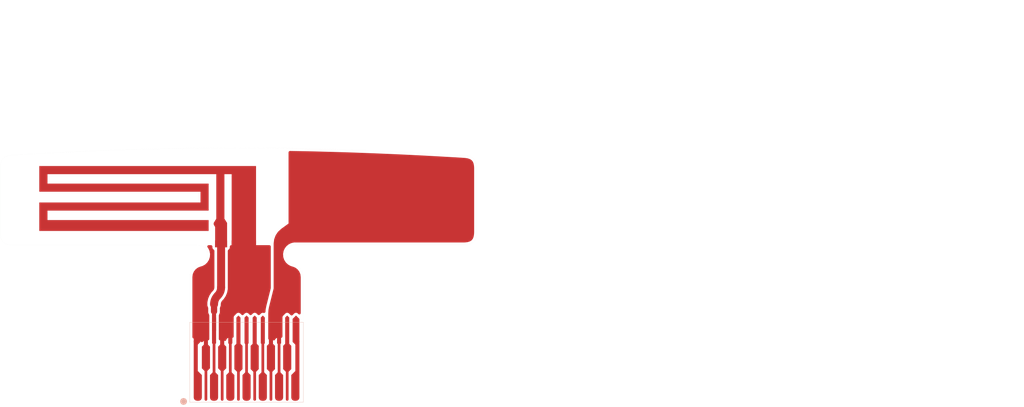
<source format=kicad_pcb>
(kicad_pcb (version 20240108) (generator "pcbnew") (generator_version "8.0")
  (layers (0 "F.Cu" signal) (31 "B.Cu" signal) (34 "B.Paste" user) (35 "F.Paste" user) (36 "B.SilkS" user "B.Silkscreen") (37 "F.SilkS" user "F.Silkscreen") (38 "B.Mask" user) (39 "F.Mask" user) (44 "Edge.Cuts" user))
  (net 0 "")
  (net 1 "Batteryin")
  (net 2 "gnd")
  (net 3 "antenna")
  (footprint "RF_Antenna:Texas_SWRA117D_2.4GHz_Left" (layer "F.Cu") (at 176.399712 88.275694)
    (property "Reference" "REF**" (hide yes))
    (property "Value" "Texas_SWRA117D_2.4GHz_Left" (hide yes))
    (fp_poly (pts (xy 0.340179 0.002142) (xy 0.781151 0.002142) (xy 0.781151 -0.897458) (xy 0.682384 -1.052681) (xy 0.682384 -2.700147) (xy 0.950499 -2.700147) (xy 0.950499 -0.001389) (xy 1.850078 -0.001389) (xy 1.850078 -3) (xy -6.150919 -3) (xy -6.150919 -2.051027) (xy -0.19956 -2.051027) (xy -0.19956 -1.652386) (xy -6.150919 -1.652386) (xy -6.150919 -0.601115) (xy 0.100293 -0.601115) (xy 0.100293 -1.003287) (xy -5.847536 -1.003287) (xy -5.847536 -1.352534) (xy 0.100293 -1.352534) (xy 0.100293 -2.350901) (xy -5.847536 -2.350901) (xy -5.847536 -2.700147) (xy 0.382532 -2.700147) (xy 0.382532 -1.052681) (xy 0.287275 -0.897458) (xy 0.287275 -0.83747) (xy 0.340179 -0.745766)) (fill solid) (layer "F.Cu"))
    (pad "1" connect rect (at 0.560665 -0.123929) (size 0.440972 0.252142) (layers "F.Cu") (net 3 "antenna"))
    (pad "2" connect rect (at 1.400288 -0.125694) (size 0.899579 0.24861) (layers "F.Cu") (net 2 "gnd"))
  )
  (footprint "Library:flex connector" (layer "B.Cu") (at 175.7 90.05)
    (property "Reference" "REF**" (hide yes))
    (property "Value" "flex connector" (hide yes))
    (fp_circle (center -0.125 3.925) (end 0 3.925) (fill solid) (layer "B.SilkS"))
    (fp_poly (pts (xy 0.1 3.95) (xy 4.3 3.95) (xy 4.3 1) (xy 0.1 1)) (stroke (width 0.01)) (fill none) (layer "B.SilkS"))
    (pad "1" smd rect (at 0.325 2.325) (size 0.15 1.25) (layers "F.Cu" "F.Paste" "F.Mask"))
    (pad "1" smd roundrect (at 0.375 1.3) (size 0.25 1.1) (layers "F.Cu" "F.Paste" "F.Mask") (roundrect_rratio 0) (chamfer_ratio 0.5) (chamfer top_left top_right bottom_left bottom_right) (net 2 "gnd"))
    (pad "1" smd roundrect (at 0.4 3.35) (size 0.3 1.1) (layers "F.Cu" "F.Paste" "F.Mask") (roundrect_rratio 0.4) (chamfer_ratio 0.5) (chamfer top_left top_right))
    (pad "2" smd roundrect (at 0.7 1.425) (size 0.15 1.35) (layers "F.Cu" "F.Paste" "F.Mask") (roundrect_rratio 0) (chamfer_ratio 0.5) (chamfer top_left top_right bottom_left bottom_right) (net 2 "gnd"))
    (pad "2" smd roundrect (at 0.7 2.3) (size 0.3 1.1) (layers "F.Cu" "F.Paste" "F.Mask") (roundrect_rratio 0) (chamfer_ratio 0.5) (chamfer top_left top_right bottom_left bottom_right))
    (pad "2" smd roundrect (at 0.7 3.3) (size 0.1 1.2) (layers "F.Cu" "F.Paste" "F.Mask") (roundrect_rratio 0.5))
    (pad "3" smd roundrect (at 1 1.3) (size 0.15 1.1) (layers "F.Cu" "F.Paste" "F.Mask") (roundrect_rratio 0) (chamfer_ratio 0.5) (chamfer top_left top_right bottom_left bottom_right) (net 3 "antenna"))
    (pad "3" smd rect (at 1 2.4) (size 0.1 1.2) (layers "F.Cu" "F.Paste" "F.Mask"))
    (pad "3" smd roundrect (at 1 3.35) (size 0.3 1.1) (layers "F.Cu" "F.Paste" "F.Mask") (roundrect_rratio 0.4) (chamfer_ratio 0.5) (chamfer top_left top_right))
    (pad "4" smd roundrect (at 1.3 1.425) (size 0.15 1.35) (layers "F.Cu" "F.Paste" "F.Mask") (roundrect_rratio 0) (chamfer_ratio 0.5) (chamfer top_left top_right bottom_left bottom_right) (net 2 "gnd"))
    (pad "4" smd roundrect (at 1.3 2.3) (size 0.3 1.1) (layers "F.Cu" "F.Paste" "F.Mask") (roundrect_rratio 0) (chamfer_ratio 0.5) (chamfer top_left top_right bottom_left bottom_right))
    (pad "4" smd roundrect (at 1.3 3.3) (size 0.1 1.2) (layers "F.Cu" "F.Paste" "F.Mask") (roundrect_rratio 0.5))
    (pad "5" smd roundrect (at 1.6 1.3) (size 0.15 1.1) (layers "F.Cu" "F.Paste" "F.Mask") (roundrect_rratio 0) (chamfer_ratio 0.5) (chamfer top_left top_right bottom_left bottom_right) (net 2 "gnd"))
    (pad "5" smd rect (at 1.6 2.3) (size 0.1 1.25) (layers "F.Cu" "F.Paste" "F.Mask"))
    (pad "5" smd roundrect (at 1.6 3.35) (size 0.3 1.1) (layers "F.Cu" "F.Paste" "F.Mask") (roundrect_rratio 0.4) (chamfer_ratio 0.5) (chamfer top_left top_right))
    (pad "6" smd roundrect (at 1.899999 2.3) (size 0.3 1.1) (layers "F.Cu" "F.Paste" "F.Mask") (roundrect_rratio 0) (chamfer_ratio 0.4) (chamfer top_left top_right bottom_left bottom_right))
    (pad "6" smd roundrect (at 1.9 1.425) (size 0.15 1.35) (layers "F.Cu" "F.Paste" "F.Mask") (roundrect_rratio 0) (chamfer_ratio 0.5) (chamfer top_left top_right bottom_left bottom_right))
    (pad "6" smd roundrect (at 1.9 3.299999) (size 0.1 1.2) (layers "F.Cu" "F.Paste" "F.Mask") (roundrect_rratio 0.5))
    (pad "7" smd roundrect (at 2.2 1.3) (size 0.15 1.1) (layers "F.Cu" "F.Paste" "F.Mask") (roundrect_rratio 0) (chamfer_ratio 0.5) (chamfer top_left top_right bottom_left bottom_right))
    (pad "7" smd rect (at 2.2 2.300001) (size 0.1 1.25) (layers "F.Cu" "F.Paste" "F.Mask"))
    (pad "7" smd roundrect (at 2.2 3.35) (size 0.3 1.1) (layers "F.Cu" "F.Paste" "F.Mask") (roundrect_rratio 0.4) (chamfer_ratio 0.5) (chamfer top_left top_right))
    (pad "8" smd roundrect (at 2.5 1.425) (size 0.15 1.35) (layers "F.Cu" "F.Paste" "F.Mask") (roundrect_rratio 0) (chamfer_ratio 0.5) (chamfer top_left top_right bottom_left bottom_right))
    (pad "8" smd roundrect (at 2.5 2.300001) (size 0.3 1.1) (layers "F.Cu" "F.Paste" "F.Mask") (roundrect_rratio 0) (chamfer_ratio 0.4) (chamfer top_left top_right bottom_left bottom_right))
    (pad "8" smd roundrect (at 2.5 3.299999) (size 0.1 1.2) (layers "F.Cu" "F.Paste" "F.Mask") (roundrect_rratio 0.5))
    (pad "9" smd roundrect (at 2.8 1.3) (size 0.15 1.1) (layers "F.Cu" "F.Paste" "F.Mask") (roundrect_rratio 0) (chamfer_ratio 0.5) (chamfer top_left top_right bottom_left bottom_right))
    (pad "9" smd rect (at 2.8 2.300001) (size 0.1 1.25) (layers "F.Cu" "F.Paste" "F.Mask"))
    (pad "9" smd roundrect (at 2.8 3.35) (size 0.3 1.1) (layers "F.Cu" "F.Paste" "F.Mask") (roundrect_rratio 0.4) (chamfer_ratio 0.5) (chamfer top_left top_right))
    (pad "10" smd roundrect (at 3.1 1.4125) (size 0.15 1.325) (layers "F.Cu" "F.Paste" "F.Mask") (roundrect_rratio 0) (chamfer_ratio 0.5) (chamfer top_left top_right bottom_left bottom_right) (net 1 "Batteryin"))
    (pad "10" smd roundrect (at 3.1 2.300001) (size 0.3 1.1) (layers "F.Cu" "F.Paste" "F.Mask") (roundrect_rratio 0) (chamfer_ratio 0.4) (chamfer top_left top_right bottom_left bottom_right))
    (pad "10" smd roundrect (at 3.1 3.299999) (size 0.1 1.2) (layers "F.Cu" "F.Paste" "F.Mask") (roundrect_rratio 0.5))
    (pad "11" smd roundrect (at 3.4 1.3) (size 0.15 1.1) (layers "F.Cu" "F.Paste" "F.Mask") (roundrect_rratio 0) (chamfer_ratio 0.5) (chamfer top_left top_right bottom_left bottom_right) (net 1 "Batteryin"))
    (pad "11" smd rect (at 3.4 2.300001) (size 0.1 1.25) (layers "F.Cu" "F.Paste" "F.Mask"))
    (pad "11" smd roundrect (at 3.4 3.35) (size 0.3 1.1) (layers "F.Cu" "F.Paste" "F.Mask") (roundrect_rratio 0.4) (chamfer_ratio 0.5) (chamfer top_left top_right))
    (pad "12" smd roundrect (at 3.7 1.3625) (size 0.15 1.225) (layers "F.Cu" "F.Paste" "F.Mask") (roundrect_rratio 0) (chamfer_ratio 0.5) (chamfer top_left top_right bottom_left bottom_right))
    (pad "12" smd roundrect (at 3.7 2.300001) (size 0.3 1.1) (layers "F.Cu" "F.Paste" "F.Mask") (roundrect_rratio 0) (chamfer_ratio 0.4) (chamfer top_left top_right bottom_left bottom_right))
    (pad "12" smd roundrect (at 3.7 3.299999) (size 0.1 1.2) (layers "F.Cu" "F.Paste" "F.Mask") (roundrect_rratio 0.5))
    (pad "13" smd roundrect (at 4 3.35) (size 0.3 1.1) (layers "F.Cu" "F.Paste" "F.Mask") (roundrect_rratio 0.4) (chamfer_ratio 0.5) (chamfer top_left top_right))
    (pad "13" smd roundrect (at 4.025 1.3) (size 0.25 1.1) (layers "F.Cu" "F.Paste" "F.Mask") (roundrect_rratio 0) (chamfer_ratio 0.5) (chamfer top_left top_right bottom_left bottom_right))
    (pad "13" smd rect (at 4.075 2.325) (size 0.15 1.25) (layers "F.Cu" "F.Paste" "F.Mask"))
  )
  (gr_curve (pts (xy 186.085126 84.895581) (xy 186.035 84.883699) (xy 185.982016 84.877337) (xy 185.930756 84.874178)) (stroke (width 0.001)) (layer "Edge.Cuts"))
  (gr_curve (pts (xy 186.367544 85.135278) (xy 186.352317 85.090433) (xy 186.330474 85.049035) (xy 186.299233 85.013313)) (stroke (width 0.001)) (layer "Edge.Cuts"))
  (gr_line (start 178.656 84.607722) (end 179.359999 84.616785) (stroke (width 0.001)) (layer "Edge.Cuts"))
  (gr_curve (pts (xy 169.000672 88.143867) (xy 169.040784 88.164477) (xy 169.084595 88.17781) (xy 169.128777 88.186394)) (stroke (width 0.001)) (layer "Edge.Cuts"))
  (gr_arc (start 179.617646 88.891144) (mid 179.384095 88.70169) (end 179.383771 88.400971) (stroke (width 0.001)) (layer "Edge.Cuts"))
  (gr_line (start 175.8 94) (end 175.8 89.377059) (stroke (width 0.001)) (layer "Edge.Cuts"))
  (gr_curve (pts (xy 173.178223 84.683743) (xy 173.35858 84.677386) (xy 173.538934 84.671326) (xy 173.71929 84.665565)) (stroke (width 0.001)) (layer "Edge.Cuts"))
  (gr_line (start 180.425509 84.636281) (end 181.119999 84.654961) (stroke (width 0.001)) (layer "Edge.Cuts"))
  (gr_line (start 177.12649 84.604395) (end 177.599999 84.603805) (stroke (width 0.001)) (layer "Edge.Cuts"))
  (gr_curve (pts (xy 168.811866 85.217837) (xy 168.80309 85.268599) (xy 168.799999 85.321874) (xy 168.799999 85.373231)) (stroke (width 0.001)) (layer "Edge.Cuts"))
  (gr_line (start 182.738639 84.710828) (end 182.88 84.716631) (stroke (width 0.001)) (layer "Edge.Cuts"))
  (gr_arc (start 179.617646 88.891144) (mid 179.892941 89.067961) (end 179.999961 89.377159) (stroke (width 0.001)) (layer "Edge.Cuts"))
  (gr_curve (pts (xy 186.342894 88.000298) (xy 186.363505 87.960186) (xy 186.376838 87.916375) (xy 186.385423 87.872193)) (stroke (width 0.001)) (layer "Edge.Cuts"))
  (gr_curve (pts (xy 186.200772 84.937152) (xy 186.16439 84.918262) (xy 186.124933 84.905016) (xy 186.085126 84.895581)) (stroke (width 0.001)) (layer "Edge.Cuts"))
  (gr_curve (pts (xy 186.399999 85.373231) (xy 186.399999 85.277745) (xy 186.389315 85.199396) (xy 186.367544 85.135278)) (stroke (width 0.001)) (layer "Edge.Cuts"))
  (gr_curve (pts (xy 182.5266 84.702453) (xy 182.59728 84.7052) (xy 182.66796 84.707992) (xy 182.738639 84.710828)) (stroke (width 0.001)) (layer "Edge.Cuts"))
  (gr_curve (pts (xy 168.916205 84.996894) (xy 168.886149 85.026634) (xy 168.863365 85.061238) (xy 168.846244 85.099852)) (stroke (width 0.001)) (layer "Edge.Cuts"))
  (gr_curve (pts (xy 172.319999 84.716631) (xy 172.491644 84.709531) (xy 172.663289 84.70269) (xy 172.834934 84.696108)) (stroke (width 0.001)) (layer "Edge.Cuts"))
  (gr_line (start 176.099982 88.200971) (end 173.178224 88.200971) (stroke (width 0.001)) (layer "Edge.Cuts"))
  (gr_line (start 180 94) (end 175.8 94) (stroke (width 0.001)) (layer "Edge.Cuts"))
  (gr_line (start 176.185736 84.612121) (end 176.416228 84.609695) (stroke (width 0.001)) (layer "Edge.Cuts"))
  (gr_curve (pts (xy 174.079999 84.654961) (xy 174.431999 84.644913) (xy 174.784 84.636041) (xy 175.135999 84.628376)) (stroke (width 0.001)) (layer "Edge.Cuts"))
  (gr_curve (pts (xy 168.846244 85.099852) (xy 168.829629 85.137328) (xy 168.818835 85.177525) (xy 168.811866 85.217837)) (stroke (width 0.001)) (layer "Edge.Cuts"))
  (gr_line (start 179.999961 89.377159) (end 180 94) (stroke (width 0.001)) (layer "Edge.Cuts"))
  (gr_line (start 171.615999 84.746832) (end 172.319999 84.716631) (stroke (width 0.001)) (layer "Edge.Cuts"))
  (gr_curve (pts (xy 169.269243 84.874178) (xy 169.173937 84.880053) (xy 169.096394 84.895536) (xy 169.033736 84.921209)) (stroke (width 0.001)) (layer "Edge.Cuts"))
  (gr_arc (start 175.8 89.377059) (mid 175.907054 89.067918) (end 176.182353 88.891144) (stroke (width 0.001)) (layer "Edge.Cuts"))
  (gr_curve (pts (xy 170.559999 84.800009) (xy 170.911999 84.781261) (xy 171.263999 84.76353) (xy 171.615999 84.746832)) (stroke (width 0.001)) (layer "Edge.Cuts"))
  (gr_curve (pts (xy 181.119999 84.654961) (xy 181.401319 84.662991) (xy 181.682639 84.671771) (xy 181.96396 84.681286)) (stroke (width 0.001)) (layer "Edge.Cuts"))
  (gr_arc (start 176.099982 88.200971) (mid 176.287082 88.255161) (end 176.416228 88.400971) (stroke (width 0.001)) (layer "Edge.Cuts"))
  (gr_line (start 175.135999 84.628376) (end 175.839999 84.616785) (stroke (width 0.001)) (layer "Edge.Cuts"))
  (gr_curve (pts (xy 186.267035 88.098306) (xy 186.298782 88.070631) (xy 186.323658 88.037739) (xy 186.342894 88.000298)) (stroke (width 0.001)) (layer "Edge.Cuts"))
  (gr_curve (pts (xy 185.9 88.200971) (xy 185.996807 88.200971) (xy 186.076909 88.189988) (xy 186.142561 88.167729)) (stroke (width 0.001)) (layer "Edge.Cuts"))
  (gr_curve (pts (xy 175.839999 84.616785) (xy 175.955246 84.615094) (xy 176.070491 84.613539) (xy 176.185736 84.612121)) (stroke (width 0.001)) (layer "Edge.Cuts"))
  (gr_curve (pts (xy 182.88 84.716631) (xy 183.231999 84.73119) (xy 183.583999 84.746832) (xy 183.935999 84.76353)) (stroke (width 0.001)) (layer "Edge.Cuts"))
  (gr_curve (pts (xy 169.128777 88.186394) (xy 169.184493 88.197219) (xy 169.243418 88.200971) (xy 169.299999 88.200971)) (stroke (width 0.001)) (layer "Edge.Cuts"))
  (gr_line (start 182.5266 88.200971) (end 185.9 88.200971) (stroke (width 0.001)) (layer "Edge.Cuts"))
  (gr_curve (pts (xy 186.385423 87.872193) (xy 186.396247 87.816478) (xy 186.399999 87.757553) (xy 186.4 87.700971)) (stroke (width 0.001)) (layer "Edge.Cuts"))
  (gr_arc (start 179.383771 88.400971) (mid 179.512916 88.255168) (end 179.7 88.200971) (stroke (width 0.001)) (layer "Edge.Cuts"))
  (gr_line (start 186.4 87.700971) (end 186.399999 85.373231) (stroke (width 0.001)) (layer "Edge.Cuts"))
  (gr_curve (pts (xy 168.833241 87.943532) (xy 168.848723 87.989196) (xy 168.870925 88.031598) (xy 168.902664 88.068006)) (stroke (width 0.001)) (layer "Edge.Cuts"))
  (gr_curve (pts (xy 168.902664 88.068006) (xy 168.930339 88.099753) (xy 168.963232 88.124628) (xy 169.000672 88.143867)) (stroke (width 0.001)) (layer "Edge.Cuts"))
  (gr_line (start 172.834934 84.696108) (end 173.178223 84.683743) (stroke (width 0.001)) (layer "Edge.Cuts"))
  (gr_curve (pts (xy 177.599999 84.603805) (xy 177.952 84.603805) (xy 178.303999 84.60511) (xy 178.656 84.607722)) (stroke (width 0.001)) (layer "Edge.Cuts"))
  (gr_line (start 173.71929 84.665565) (end 174.079999 84.654961) (stroke (width 0.001)) (layer "Edge.Cuts"))
  (gr_curve (pts (xy 179.383772 84.617136) (xy 179.731017 84.622297) (xy 180.078262 84.628686) (xy 180.425509 84.636281)) (stroke (width 0.001)) (layer "Edge.Cuts"))
  (gr_line (start 179.7 88.200971) (end 182.5266 88.200971) (stroke (width 0.001)) (layer "Edge.Cuts"))
  (gr_line (start 185.414453 84.842893) (end 185.930756 84.874178) (stroke (width 0.001)) (layer "Edge.Cuts"))
  (gr_curve (pts (xy 186.299233 85.013313) (xy 186.271398 84.981486) (xy 186.238261 84.956615) (xy 186.200772 84.937152)) (stroke (width 0.001)) (layer "Edge.Cuts"))
  (gr_curve (pts (xy 168.799999 87.700971) (xy 168.799999 87.797777) (xy 168.810981 87.87788) (xy 168.833241 87.943532)) (stroke (width 0.001)) (layer "Edge.Cuts"))
  (gr_arc (start 176.416228 88.400971) (mid 176.415878 88.701683) (end 176.182353 88.891144) (stroke (width 0.001)) (layer "Edge.Cuts"))
  (gr_line (start 181.96396 84.681286) (end 182.5266 84.702453) (stroke (width 0.001)) (layer "Edge.Cuts"))
  (gr_curve (pts (xy 184.64 84.800009) (xy 184.898152 84.813758) (xy 185.156302 84.828055) (xy 185.414453 84.842893)) (stroke (width 0.001)) (layer "Edge.Cuts"))
  (gr_line (start 170.043696 84.828055) (end 170.559999 84.800009) (stroke (width 0.001)) (layer "Edge.Cuts"))
  (gr_curve (pts (xy 179.359999 84.616785) (xy 179.364754 84.616855) (xy 179.369509 84.616925) (xy 179.374262 84.616995)) (stroke (width 0.001)) (layer "Edge.Cuts"))
  (gr_line (start 179.374262 84.616995) (end 179.383772 84.617136) (stroke (width 0.001)) (layer "Edge.Cuts"))
  (gr_line (start 168.799999 85.373231) (end 168.799999 87.700971) (stroke (width 0.001)) (layer "Edge.Cuts"))
  (gr_curve (pts (xy 176.416228 84.609695) (xy 176.652981 84.607345) (xy 176.889736 84.605577) (xy 177.12649 84.604395)) (stroke (width 0.001)) (layer "Edge.Cuts"))
  (gr_line (start 183.935999 84.76353) (end 184.64 84.800009) (stroke (width 0.001)) (layer "Edge.Cuts"))
  (gr_curve (pts (xy 169.033736 84.921209) (xy 168.989914 84.939166) (xy 168.949937 84.963514) (xy 168.916205 84.996894)) (stroke (width 0.001)) (layer "Edge.Cuts"))
  (gr_curve (pts (xy 186.142561 88.167729) (xy 186.188225 88.152247) (xy 186.230626 88.130044) (xy 186.267035 88.098306)) (stroke (width 0.001)) (layer "Edge.Cuts"))
  (gr_curve (pts (xy 169.269243 84.874178) (xy 169.527393 84.858268) (xy 169.785545 84.842893) (xy 170.043696 84.828055)) (stroke (width 0.001)) (layer "Edge.Cuts"))
  (gr_line (start 173.178224 88.200971) (end 169.299999 88.200971) (stroke (width 0.001)) (layer "Edge.Cuts"))
  (segment (start 176.960377 89.757879) (end 176.960377 88.001765) (width 0.2939) (layer "F.Cu") (net 3))
  (segment (start 176.7 90.386514) (end 176.7 90.65) (width 0.23) (layer "F.Cu") (net 3))
  (segment (start 176.7 91.35) (end 176.7 90.65) (width 0.15) (layer "F.Cu") (net 3))
  (arc (start 176.7 90.386514) (mid 176.73449 90.213123) (end 176.832708 90.066129) (width 0.2939) (layer "F.Cu") (net 3))
  (arc (start 176.832708 90.066129) (mid 176.927197 89.9247) (end 176.960377 89.757879) (width 0.2939) (layer "F.Cu") (net 3))
  (zone (net 2) (net_name "gnd") (layer "F.Cu") (connect_pads yes (clearance 0.1)) (min_thickness 0.1) (fill yes (thermal_gap 0.1) (thermal_bridge_width 0.15))
    (polygon (pts (xy 175.5 88.2) (xy 180.3 88.2) (xy 180.3 94.2) (xy 175.5 94.2)))
  )
  (zone (net 1) (net_name "Batteryin") (layer "F.Cu") (connect_pads yes (clearance 0.1)) (min_thickness 0.1) (fill yes (thermal_gap 0.1) (thermal_bridge_width 0.15) (smoothing fillet) (radius 1))
    (polygon (pts (xy 178.7 90.6) (xy 178.9 89.8) (xy 178.9 87.8) (xy 179.45 87.4) (xy 179.45 83.2) (xy 187.3 83.8) (xy 187.3 92.860951) (xy 178.7 92.860951)))
  )
)
</source>
